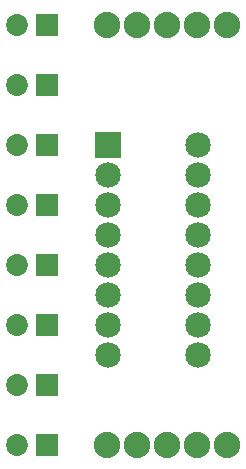
<source format=gts>
G04 MADE WITH FRITZING*
G04 WWW.FRITZING.ORG*
G04 DOUBLE SIDED*
G04 HOLES PLATED*
G04 CONTOUR ON CENTER OF CONTOUR VECTOR*
%ASAXBY*%
%FSLAX23Y23*%
%MOIN*%
%OFA0B0*%
%SFA1.0B1.0*%
%ADD10C,0.072992*%
%ADD11C,0.085000*%
%ADD12C,0.088000*%
%ADD13R,0.072992X0.072992*%
%ADD14R,0.085000X0.085000*%
%LNMASK1*%
G90*
G70*
G54D10*
X268Y1577D03*
X169Y1577D03*
X268Y577D03*
X169Y577D03*
X268Y777D03*
X169Y777D03*
X268Y177D03*
X169Y177D03*
X268Y377D03*
X169Y377D03*
X268Y977D03*
X169Y977D03*
X268Y1177D03*
X169Y1177D03*
X268Y1377D03*
X169Y1377D03*
G54D11*
X472Y1177D03*
X772Y1177D03*
X472Y1077D03*
X772Y1077D03*
X472Y977D03*
X772Y977D03*
X472Y877D03*
X772Y877D03*
X472Y777D03*
X772Y777D03*
X472Y677D03*
X772Y677D03*
X472Y577D03*
X772Y577D03*
X472Y477D03*
X772Y477D03*
G54D12*
X869Y177D03*
X769Y177D03*
X669Y177D03*
X569Y177D03*
X469Y177D03*
X469Y1577D03*
X569Y1577D03*
X669Y1577D03*
X769Y1577D03*
X869Y1577D03*
G54D13*
X268Y1577D03*
X268Y577D03*
X268Y777D03*
X268Y177D03*
X268Y377D03*
X268Y977D03*
X268Y1177D03*
X268Y1377D03*
G54D14*
X472Y1177D03*
G04 End of Mask1*
M02*
</source>
